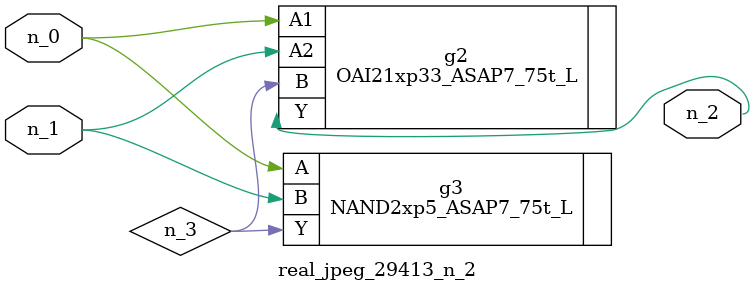
<source format=v>
module real_jpeg_29413_n_2 (n_1, n_0, n_2);

input n_1;
input n_0;

output n_2;

wire n_3;

OAI21xp33_ASAP7_75t_L g2 ( 
.A1(n_0),
.A2(n_1),
.B(n_3),
.Y(n_2)
);

NAND2xp5_ASAP7_75t_L g3 ( 
.A(n_0),
.B(n_1),
.Y(n_3)
);


endmodule
</source>
